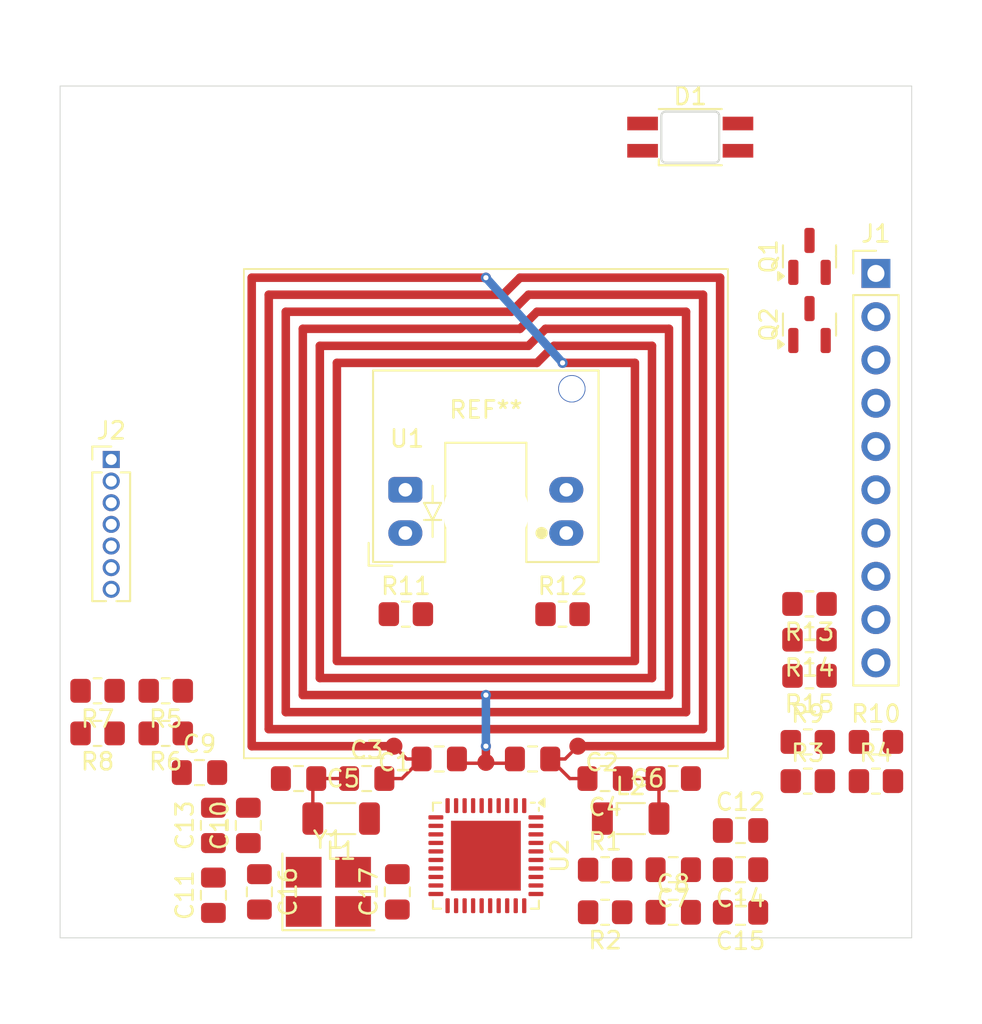
<source format=kicad_pcb>
(kicad_pcb (version 20221018) (generator pcbnew)
  (layers (0 "F.Cu" signal) (31 "B.Cu" signal) (34 "B.Paste" user) (35 "F.Paste" user) (36 "B.SilkS" user "B.Silkscreen") (37 "F.SilkS" user "F.Silkscreen") (38 "B.Mask" user) (39 "F.Mask" user) (44 "Edge.Cuts" user))
  (net 0 "")
  (net 1 "Net-(J1-Pin_1)")
  (net 2 "Net-(R11-Pad2)")
  (net 3 "Net-(J1-Pin_2)")
  (net 4 "/SENS_LED")
  (net 6 "+3.3V")
  (net 7 "VCC")
  (net 8 "/AUX1")
  (net 9 "/AUX2")
  (net 10 "Net-(U2-OSCIN)")
  (net 11 "Net-(U2-OSCOUT)")
  (net 12 "Net-(Q1-S)")
  (net 13 "/SENS_DET")
  (net 18 "Net-(Q2-S)")
  (net 19 "/IRQ")
  (net 20 "/CIPO")
  (net 22 "/RSTPD_N")
  (net 23 "/SCK")
  (net 24 "/UART_RX")
  (net 25 "/UART_TX")
  (net 32 "Net-(U2-I1)")
  (net 33 "Net-(U2-I0)")
  (net 34 "Net-(C1-Pad1)")
  (net 35 "GND")
  (net 36 "Net-(C3-Pad1)")
  (net 37 "Net-(C4-Pad1)")
  (net 38 "Net-(U2-TX1)")
  (net 39 "Net-(U2-TX2)")
  (net 40 "Net-(U2-VMID)")
  (net 41 "Net-(C8-Pad1)")
  (net 42 "Net-(U2-RX)")
  (net 43 "Net-(C2-Pad2)")
  (net 44 "/LED_KR")
  (net 45 "Net-(D1-RK)")
  (net 46 "Net-(D1-GK)")
  (net 47 "Net-(D1-BK)")
  (net 48 "/LED_KG")
  (net 49 "/LED_KB")
  (footprint "Resistor_SMD:R_0805_2012Metric_Pad1.20x1.40mm_HandSolder" (layer "F.Cu") (at 102.2 135.5 180)
    (fp_text reference "R7" (at 0 -1.65) (layer "F.SilkS"))
    (fp_text value "R")
    (fp_line (start -0.227064 -0.735) (end 0.227064 -0.735) (stroke (width 0.12)) (layer "F.SilkS"))
    (fp_line (start -0.227064 0.735) (end 0.227064 0.735) (stroke (width 0.12)) (layer "F.SilkS"))
    (pad "1" smd roundrect (at -1 0 180) (size 1.2 1.4) (layers "F.Cu" "F.Paste" "F.Mask") (roundrect_rratio 0.208333) (net 32 "Net-(U2-I1)"))
    (pad "2" smd roundrect (at 1 0 180) (size 1.2 1.4) (layers "F.Cu" "F.Paste" "F.Mask") (roundrect_rratio 0.208333) (net 35 "GND"))
  )
  (footprint "Capacitor_SMD:C_0805_2012Metric_Pad1.18x1.45mm_HandSolder" (layer "F.Cu") (at 114 140.65 180)
    (fp_text reference "C5" (at -2.62 0) (layer "F.SilkS"))
    (fp_text value "C")
    (fp_line (start -0.261252 -0.735) (end 0.261252 -0.735) (stroke (width 0.12)) (layer "F.SilkS"))
    (fp_line (start -0.261252 0.735) (end 0.261252 0.735) (stroke (width 0.12)) (layer "F.SilkS"))
    (pad "1" smd roundrect (at -1.0375 0 180) (size 1.175 1.45) (layers "F.Cu" "F.Paste" "F.Mask") (roundrect_rratio 0.212766) (net 36 "Net-(C3-Pad1)"))
    (pad "2" smd roundrect (at 1.0375 0 180) (size 1.175 1.45) (layers "F.Cu" "F.Paste" "F.Mask") (roundrect_rratio 0.212766) (net 35 "GND"))
  )
  (footprint "Resistor_SMD:R_0805_2012Metric_Pad1.20x1.40mm_HandSolder" (layer "F.Cu") (at 132 148.5 180)
    (fp_text reference "R2" (at 0 -1.65) (layer "F.SilkS"))
    (fp_text value "R")
    (fp_line (start -0.227064 -0.735) (end 0.227064 -0.735) (stroke (width 0.12)) (layer "F.SilkS"))
    (fp_line (start -0.227064 0.735) (end 0.227064 0.735) (stroke (width 0.12)) (layer "F.SilkS"))
    (pad "1" smd roundrect (at -1 0 180) (size 1.2 1.4) (layers "F.Cu" "F.Paste" "F.Mask") (roundrect_rratio 0.208333) (net 41 "Net-(C8-Pad1)"))
    (pad "2" smd roundrect (at 1 0 180) (size 1.2 1.4) (layers "F.Cu" "F.Paste" "F.Mask") (roundrect_rratio 0.208333) (net 36 "Net-(C3-Pad1)"))
  )
  (footprint "Resistor_SMD:R_0805_2012Metric_Pad1.20x1.40mm_HandSolder" (layer "F.Cu") (at 102.2 138 180)
    (fp_text reference "R8" (at 0 -1.65) (layer "F.SilkS"))
    (fp_text value "R")
    (fp_line (start -0.227064 -0.735) (end 0.227064 -0.735) (stroke (width 0.12)) (layer "F.SilkS"))
    (fp_line (start -0.227064 0.735) (end 0.227064 0.735) (stroke (width 0.12)) (layer "F.SilkS"))
    (pad "1" smd roundrect (at -1 0 180) (size 1.2 1.4) (layers "F.Cu" "F.Paste" "F.Mask") (roundrect_rratio 0.208333) (net 33 "Net-(U2-I0)"))
    (pad "2" smd roundrect (at 1 0 180) (size 1.2 1.4) (layers "F.Cu" "F.Paste" "F.Mask") (roundrect_rratio 0.208333) (net 35 "GND"))
  )
  (footprint "Resistor_SMD:R_0805_2012Metric_Pad1.20x1.40mm_HandSolder" (layer "F.Cu") (at 147.9 140.8)
    (fp_text reference "R4" (at 0 -1.65) (layer "F.SilkS"))
    (fp_text value "R")
    (fp_line (start -0.227064 -0.735) (end 0.227064 -0.735) (stroke (width 0.12)) (layer "F.SilkS"))
    (fp_line (start -0.227064 0.735) (end 0.227064 0.735) (stroke (width 0.12)) (layer "F.SilkS"))
    (pad "1" smd roundrect (at -1 0) (size 1.2 1.4) (layers "F.Cu" "F.Paste" "F.Mask") (roundrect_rratio 0.208333) (net 22 "/RSTPD_N"))
    (pad "2" smd roundrect (at 1 0) (size 1.2 1.4) (layers "F.Cu" "F.Paste" "F.Mask") (roundrect_rratio 0.208333) (net 35 "GND"))
  )
  (footprint "Resistor_SMD:R_0805_2012Metric_Pad1.20x1.40mm_HandSolder" (layer "F.Cu") (at 120.3 131)
    (fp_text reference "R11" (at 0 -1.65) (layer "F.SilkS"))
    (fp_text value "R")
    (fp_line (start -0.227064 -0.735) (end 0.227064 -0.735) (stroke (width 0.12)) (layer "F.SilkS"))
    (fp_line (start -0.227064 0.735) (end 0.227064 0.735) (stroke (width 0.12)) (layer "F.SilkS"))
    (pad "1" smd roundrect (at -1 0) (size 1.2 1.4) (layers "F.Cu" "F.Paste" "F.Mask") (roundrect_rratio 0.208333) (net 4 "/SENS_LED"))
    (pad "2" smd roundrect (at 1 0) (size 1.2 1.4) (layers "F.Cu" "F.Paste" "F.Mask") (roundrect_rratio 0.208333) (net 2 "Net-(R11-Pad2)"))
  )
  (footprint "Crystal:Crystal_SMD_3225-4Pin_3.2x2.5mm_HandSoldering" (layer "F.Cu") (at 115.75 147.3)
    (fp_text reference "Y1" (at 0 -3.05) (layer "F.SilkS"))
    (fp_text value "Crystal_GND24")
    (fp_line (start -2.7 -2.25) (end -2.7 2.25) (stroke (width 0.12)) (layer "F.SilkS"))
    (fp_line (start -2.7 2.25) (end 2.7 2.25) (stroke (width 0.12)) (layer "F.SilkS"))
    (pad "1" smd rect (at -1.45 1.15) (size 2.1 1.8) (layers "F.Cu" "F.Paste" "F.Mask") (net 10 "Net-(U2-OSCIN)"))
    (pad "2" smd rect (at 1.45 1.15) (size 2.1 1.8) (layers "F.Cu" "F.Paste" "F.Mask") (net 35 "GND"))
    (pad "3" smd rect (at 1.45 -1.15) (size 2.1 1.8) (layers "F.Cu" "F.Paste" "F.Mask") (net 11 "Net-(U2-OSCOUT)"))
    (pad "4" smd rect (at -1.45 -1.15) (size 2.1 1.8) (layers "F.Cu" "F.Paste" "F.Mask") (net 35 "GND"))
  )
  (footprint "Capacitor_SMD:C_0805_2012Metric_Pad1.18x1.45mm_HandSolder" (layer "F.Cu") (at 122.26 139.5)
    (fp_text reference "C1" (at -2.62 0.2) (layer "F.SilkS"))
    (fp_text value "C")
    (fp_line (start -0.261252 -0.735) (end 0.261252 -0.735) (stroke (width 0.12)) (layer "F.SilkS"))
    (fp_line (start -0.261252 0.735) (end 0.261252 0.735) (stroke (width 0.12)) (layer "F.SilkS"))
    (pad "1" smd roundrect (at -1.0375 0) (size 1.175 1.45) (layers "F.Cu" "F.Paste" "F.Mask") (roundrect_rratio 0.212766) (net 34 "Net-(C1-Pad1)"))
    (pad "2" smd roundrect (at 1.0375 0) (size 1.175 1.45) (layers "F.Cu" "F.Paste" "F.Mask") (roundrect_rratio 0.212766) (net 35 "GND"))
  )
  (footprint "Capacitor_SMD:C_0805_2012Metric_Pad1.18x1.45mm_HandSolder" (layer "F.Cu") (at 127.74 139.5)
    (fp_text reference "C2" (at 4.08 0.2) (layer "F.SilkS"))
    (fp_text value "C")
    (fp_line (start -0.261252 -0.735) (end 0.261252 -0.735) (stroke (width 0.12)) (layer "F.SilkS"))
    (fp_line (start -0.261252 0.735) (end 0.261252 0.735) (stroke (width 0.12)) (layer "F.SilkS"))
    (pad "1" smd roundrect (at -1.0375 0) (size 1.175 1.45) (layers "F.Cu" "F.Paste" "F.Mask") (roundrect_rratio 0.212766) (net 35 "GND"))
    (pad "2" smd roundrect (at 1.0375 0) (size 1.175 1.45) (layers "F.Cu" "F.Paste" "F.Mask") (roundrect_rratio 0.212766) (net 43 "Net-(C2-Pad2)"))
  )
  (footprint "Capacitor_SMD:C_0805_2012Metric_Pad1.18x1.45mm_HandSolder" (layer "F.Cu") (at 132 140.65 180)
    (fp_text reference "C4" (at 0 -1.68) (layer "F.SilkS"))
    (fp_text value "C")
    (fp_line (start -0.261252 -0.735) (end 0.261252 -0.735) (stroke (width 0.12)) (layer "F.SilkS"))
    (fp_line (start -0.261252 0.735) (end 0.261252 0.735) (stroke (width 0.12)) (layer "F.SilkS"))
    (pad "1" smd roundrect (at -1.0375 0 180) (size 1.175 1.45) (layers "F.Cu" "F.Paste" "F.Mask") (roundrect_rratio 0.212766) (net 37 "Net-(C4-Pad1)"))
    (pad "2" smd roundrect (at 1.0375 0 180) (size 1.175 1.45) (layers "F.Cu" "F.Paste" "F.Mask") (roundrect_rratio 0.212766) (net 43 "Net-(C2-Pad2)"))
  )
  (footprint "MountingHole:MountingHole_3mm" (layer "F.Cu") (at 146 146)
    (fp_text reference "REF**" hide)
    (fp_text value "MountingHole_3mm" hide)
    (pad "" np_thru_hole circle (at 0 0) (size 3 3) (drill 3) (layers "*.Cu" "*.Mask"))
  )
  (footprint "Resistor_SMD:R_0805_2012Metric_Pad1.20x1.40mm_HandSolder" (layer "F.Cu") (at 106.2 138 180)
    (fp_text reference "R6" (at 0 -1.65) (layer "F.SilkS"))
    (fp_text value "R")
    (fp_line (start -0.227064 -0.735) (end 0.227064 -0.735) (stroke (width 0.12)) (layer "F.SilkS"))
    (fp_line (start -0.227064 0.735) (end 0.227064 0.735) (stroke (width 0.12)) (layer "F.SilkS"))
    (pad "1" smd roundrect (at -1 0 180) (size 1.2 1.4) (layers "F.Cu" "F.Paste" "F.Mask") (roundrect_rratio 0.208333) (net 6 "+3.3V"))
    (pad "2" smd roundrect (at 1 0 180) (size 1.2 1.4) (layers "F.Cu" "F.Paste" "F.Mask") (roundrect_rratio 0.208333) (net 33 "Net-(U2-I0)"))
  )
  (footprint "Capacitor_SMD:C_0805_2012Metric_Pad1.18x1.45mm_HandSolder" (layer "F.Cu") (at 109 143.4 90)
    (fp_text reference "C13" (at 0 -1.68 90) (layer "F.SilkS"))
    (fp_text value "C")
    (fp_line (start -0.261252 -0.735) (end 0.261252 -0.735) (stroke (width 0.12)) (layer "F.SilkS"))
    (fp_line (start -0.261252 0.735) (end 0.261252 0.735) (stroke (width 0.12)) (layer "F.SilkS"))
    (pad "1" smd roundrect (at -1.0375 0 90) (size 1.175 1.45) (layers "F.Cu" "F.Paste" "F.Mask") (roundrect_rratio 0.212766) (net 6 "+3.3V"))
    (pad "2" smd roundrect (at 1.0375 0 90) (size 1.175 1.45) (layers "F.Cu" "F.Paste" "F.Mask") (roundrect_rratio 0.212766) (net 35 "GND"))
  )
  (footprint "Inductor_PCB:L_NFC_PCB" (layer "F.Cu") (at 125 125)
    (fp_text reference "L_pcb1" hide)
    (fp_text value "L_pcb" hide)
    (fp_line (start -13.75 -13.75) (end -13.75 13.75) (stroke (width 0.5)) (layer "F.Cu"))
    (fp_line (start -13.75 -13.75) (end 0 -13.75) (stroke (width 0.5)) (layer "F.Cu"))
    (fp_line (start -13.75 13.75) (end -5.4 13.75) (stroke (width 0.5)) (layer "F.Cu"))
    (fp_line (start -12.75 -12.75) (end -12.75 12.75) (stroke (width 0.5)) (layer "F.Cu"))
    (fp_line (start -12.75 -12.75) (end 1 -12.75) (stroke (width 0.5)) (layer "F.Cu"))
    (fp_line (start -12.75 12.75) (end 12.75 12.75) (stroke (width 0.5)) (layer "F.Cu"))
    (fp_line (start -11.75 -11.75) (end -11.75 11.75) (stroke (width 0.5)) (layer "F.Cu"))
    (fp_line (start -11.75 -11.75) (end 1.5 -11.75) (stroke (width 0.5)) (layer "F.Cu"))
    (fp_line (start -11.75 11.75) (end 11.75 11.75) (stroke (width 0.5)) (layer "F.Cu"))
    (fp_line (start -10.75 -10.75) (end -10.75 10.75) (stroke (width 0.5)) (layer "F.Cu"))
    (fp_line (start -10.75 -10.75) (end 2 -10.75) (stroke (width 0.5)) (layer "F.Cu"))
    (fp_line (start -10.75 10.75) (end 10.75 10.75) (stroke (width 0.5)) (layer "F.Cu"))
    (fp_line (start -9.75 -9.75) (end -9.75 9.75) (stroke (width 0.5)) (layer "F.Cu"))
    (fp_line (start -9.75 -9.75) (end 2.5 -9.75) (stroke (width 0.5)) (layer "F.Cu"))
    (fp_line (start -9.75 9.75) (end 9.75 9.75) (stroke (width 0.5)) (layer "F.Cu"))
    (fp_line (start -8.75 -8.75) (end -8.75 8.75) (stroke (width 0.5)) (layer "F.Cu"))
    (fp_line (start -8.75 -8.75) (end 3 -8.75) (stroke (width 0.5)) (layer "F.Cu"))
    (fp_line (start -8.75 8.75) (end 8.75 8.75) (stroke (width 0.5)) (layer "F.Cu"))
    (fp_line (start 0 13.75) (end 0 14.2) (stroke (width 0.5)) (layer "F.Cu"))
    (fp_line (start 1 -12.75) (end 2 -13.75) (stroke (width 0.5)) (layer "F.Cu"))
    (fp_line (start 1.5 -11.75) (end 2.5 -12.75) (stroke (width 0.5)) (layer "F.Cu"))
    (fp_line (start 2 -10.75) (end 3 -11.75) (stroke (width 0.5)) (layer "F.Cu"))
    (fp_line (start 2.5 -9.75) (end 3.5 -10.75) (stroke (width 0.5)) (layer "F.Cu"))
    (fp_line (start 3 -8.75) (end 4 -9.75) (stroke (width 0.5)) (layer "F.Cu"))
    (fp_line (start 5.4 13.75) (end 13.75 13.75) (stroke (width 0.5)) (layer "F.Cu"))
    (fp_line (start 8.75 -8.75) (end 4.5 -8.75) (stroke (width 0.5)) (layer "F.Cu"))
    (fp_line (start 8.75 -8.75) (end 8.75 8.75) (stroke (width 0.5)) (layer "F.Cu"))
    (fp_line (start 9.75 -9.75) (end 4 -9.75) (stroke (width 0.5)) (layer "F.Cu"))
    (fp_line (start 9.75 -9.75) (end 9.75 9.75) (stroke (width 0.5)) (layer "F.Cu"))
    (fp_line (start 10.75 -10.75) (end 3.5 -10.75) (stroke (width 0.5)) (layer "F.Cu"))
    (fp_line (start 10.75 -10.75) (end 10.75 10.75) (stroke (width 0.5)) (layer "F.Cu"))
    (fp_line (start 11.75 -11.75) (end 3 -11.75) (stroke (width 0.5)) (layer "F.Cu"))
    (fp_line (start 11.75 -11.75) (end 11.75 11.75) (stroke (width 0.5)) (layer "F.Cu"))
    (fp_line (start 12.75 -12.75) (end 2.5 -12.75) (stroke (width 0.5)) (layer "F.Cu"))
    (fp_line (start 12.75 -12.75) (end 12.75 12.75) (stroke (width 0.5)) (layer "F.Cu"))
    (fp_line (start 13.75 -13.75) (end 2 -13.75) (stroke (width 0.5)) (layer "F.Cu"))
    (fp_line (start 13.75 -13.75) (end 13.75 13.75) (stroke (width 0.5)) (layer "F.Cu"))
    (fp_line (start 0 10.75) (end 0 13.75) (stroke (width 0.5)) (layer "B.Cu"))
    (fp_line (start 4.5 -8.75) (end 0 -13.75) (stroke (width 0.5)) (layer "B.Cu"))
    (fp_line (start -14.21 -14.26) (end -14.21 14.46) (stroke (width 0.1)) (layer "F.SilkS"))
    (fp_line (start -14.21 -14.26) (end 14.21 -14.26) (stroke (width 0.1)) (layer "F.SilkS"))
    (fp_line (start -14.21 14.46) (end -6 14.46) (stroke (width 0.1)) (layer "F.SilkS"))
    (fp_line (start 6 14.46) (end 14.21 14.46) (stroke (width 0.1)) (layer "F.SilkS"))
    (fp_line (start 14.21 14.46) (end 14.21 -14.26) (stroke (width 0.1)) (layer "F.SilkS"))
    (pad "1" smd circle (at -5.4 13.75) (size 1 1) (layers "F.Cu" "F.Paste" "F.Mask") (net 34 "Net-(C1-Pad1)"))
    (pad "2" smd circle (at 0 14.7) (size 1 1) (layers "F.Cu" "F.Paste" "F.Mask") (net 35 "GND"))
    (pad "3" smd circle (at 5.4 13.75) (size 1 1) (layers "F.Cu" "F.Paste" "F.Mask") (net 43 "Net-(C2-Pad2)"))
    (pad "B" thru_hole circle (at 0 -13.75) (size 0.6 0.6) (drill 0.3) (layers "*.Cu"))
    (pad "B" thru_hole circle (at 4.5 -8.75) (size 0.6 0.6) (drill 0.3) (layers "*.Cu"))
    (pad "G" thru_hole circle (at 0 10.75) (size 0.6 0.6) (drill 0.3) (layers "*.Cu"))
    (pad "G" thru_hole circle (at 0 13.75) (size 0.6 0.6) (drill 0.3) (layers "*.Cu"))
  )
  (footprint "Capacitor_SMD:C_0805_2012Metric_Pad1.18x1.45mm_HandSolder" (layer "F.Cu") (at 139.95 143.7)
    (fp_text reference "C12" (at 0 -1.68) (layer "F.SilkS"))
    (fp_text value "C")
    (fp_line (start -0.261252 -0.735) (end 0.261252 -0.735) (stroke (width 0.12)) (layer "F.SilkS"))
    (fp_line (start -0.261252 0.735) (end 0.261252 0.735) (stroke (width 0.12)) (layer "F.SilkS"))
    (pad "1" smd roundrect (at -1.0375 0) (size 1.175 1.45) (layers "F.Cu" "F.Paste" "F.Mask") (roundrect_rratio 0.212766) (net 7 "VCC"))
    (pad "2" smd roundrect (at 1.0375 0) (size 1.175 1.45) (layers "F.Cu" "F.Paste" "F.Mask") (roundrect_rratio 0.212766) (net 35 "GND"))
  )
  (footprint "MountingHole:MountingHole_3mm" (layer "F.Cu") (at 104 146)
    (fp_text reference "REF**" hide)
    (fp_text value "MountingHole_3mm" hide)
    (pad "" np_thru_hole circle (at 0 0) (size 3 3) (drill 3) (layers "*.Cu" "*.Mask"))
  )
  (footprint "Connector_PinHeader_2.54mm:PinHeader_1x10_P2.54mm_Vertical" (layer "F.Cu") (at 147.9 111)
    (fp_text reference "J1" (at 0 -2.33) (layer "F.SilkS"))
    (fp_text value "Conn_01x10_Pin")
    (fp_line (start -1.33 -1.33) (end 0 -1.33) (stroke (width 0.12)) (layer "F.SilkS"))
    (fp_line (start -1.33 0) (end -1.33 -1.33) (stroke (width 0.12)) (layer "F.SilkS"))
    (fp_line (start -1.33 1.27) (end -1.33 24.19) (stroke (width 0.12)) (layer "F.SilkS"))
    (fp_line (start -1.33 1.27) (end 1.33 1.27) (stroke (width 0.12)) (layer "F.SilkS"))
    (fp_line (start -1.33 24.19) (end 1.33 24.19) (stroke (width 0.12)) (layer "F.SilkS"))
    (fp_line (start 1.33 1.27) (end 1.33 24.19) (stroke (width 0.12)) (layer "F.SilkS"))
    (pad "1" thru_hole rect (at 0 0) (size 1.7 1.7) (drill 1) (layers "*.Cu" "*.Mask") (net 1 "Net-(J1-Pin_1)"))
    (pad "2" thru_hole oval (at 0 2.54) (size 1.7 1.7) (drill 1) (layers "*.Cu" "*.Mask") (net 3 "Net-(J1-Pin_2)"))
    (pad "3" thru_hole oval (at 0 5.08) (size 1.7 1.7) (drill 1) (layers "*.Cu" "*.Mask") (net 7 "VCC"))
    (pad "4" thru_hole oval (at 0 7.62) (size 1.7 1.7) (drill 1) (layers "*.Cu" "*.Mask") (net 35 "GND"))
    (pad "5" thru_hole oval (at 0 10.16) (size 1.7 1.7) (drill 1) (layers "*.Cu" "*.Mask") (net 4 "/SENS_LED"))
    (pad "6" thru_hole oval (at 0 12.7) (size 1.7 1.7) (drill 1) (layers "*.Cu" "*.Mask") (net 13 "/SENS_DET"))
    (pad "7" thru_hole oval (at 0 15.24) (size 1.7 1.7) (drill 1) (layers "*.Cu" "*.Mask") (net 22 "/RSTPD_N"))
    (pad "8" thru_hole oval (at 0 17.78) (size 1.7 1.7) (drill 1) (layers "*.Cu" "*.Mask") (net 44 "/LED_KR"))
    (pad "9" thru_hole oval (at 0 20.32) (size 1.7 1.7) (drill 1) (layers "*.Cu" "*.Mask") (net 48 "/LED_KG"))
    (pad "10" thru_hole oval (at 0 22.86) (size 1.7 1.7) (drill 1) (layers "*.Cu" "*.Mask") (net 49 "/LED_KB"))
  )
  (footprint "Resistor_SMD:R_0805_2012Metric_Pad1.20x1.40mm_HandSolder" (layer "F.Cu") (at 144 130.4 180)
    (fp_text reference "R13" (at 0 -1.65) (layer "F.SilkS"))
    (fp_text value "R")
    (fp_line (start -0.227064 -0.735) (end 0.227064 -0.735) (stroke (width 0.12)) (layer "F.SilkS"))
    (fp_line (start -0.227064 0.735) (end 0.227064 0.735) (stroke (width 0.12)) (layer "F.SilkS"))
    (pad "1" smd roundrect (at -1 0 180) (size 1.2 1.4) (layers "F.Cu" "F.Paste" "F.Mask") (roundrect_rratio 0.208333) (net 44 "/LED_KR"))
    (pad "2" smd roundrect (at 1 0 180) (size 1.2 1.4) (layers "F.Cu" "F.Paste" "F.Mask") (roundrect_rratio 0.208333) (net 45 "Net-(D1-RK)"))
  )
  (footprint "Resistor_SMD:R_0805_2012Metric_Pad1.20x1.40mm_HandSolder" (layer "F.Cu") (at 143.9 138.5)
    (fp_text reference "R9" (at 0 -1.65) (layer "F.SilkS"))
    (fp_text value "R")
    (fp_line (start -0.227064 -0.735) (end 0.227064 -0.735) (stroke (width 0.12)) (layer "F.SilkS"))
    (fp_line (start -0.227064 0.735) (end 0.227064 0.735) (stroke (width 0.12)) (layer "F.SilkS"))
    (pad "1" smd roundrect (at -1 0) (size 1.2 1.4) (layers "F.Cu" "F.Paste" "F.Mask") (roundrect_rratio 0.208333) (net 6 "+3.3V"))
    (pad "2" smd roundrect (at 1 0) (size 1.2 1.4) (layers "F.Cu" "F.Paste" "F.Mask") (roundrect_rratio 0.208333) (net 18 "Net-(Q2-S)"))
  )
  (footprint "Inductor_SMD:L_1206_3216Metric_Pad1.22x1.90mm_HandSolder" (layer "F.Cu") (at 116.5 143 180)
    (fp_text reference "L1" (at 0 -1.9) (layer "F.SilkS"))
    (fp_text value "L")
    (fp_line (start -0.835242 -0.91) (end 0.835242 -0.91) (stroke (width 0.12)) (layer "F.SilkS"))
    (fp_line (start -0.835242 0.91) (end 0.835242 0.91) (stroke (width 0.12)) (layer "F.SilkS"))
    (pad "1" smd roundrect (at -1.6625 0 180) (size 1.225 1.9) (layers "F.Cu" "F.Paste" "F.Mask") (roundrect_rratio 0.204082) (net 39 "Net-(U2-TX2)"))
    (pad "2" smd roundrect (at 1.6625 0 180) (size 1.225 1.9) (layers "F.Cu" "F.Paste" "F.Mask") (roundrect_rratio 0.204082) (net 36 "Net-(C3-Pad1)"))
  )
  (footprint "Package_DFN_QFN:HVQFN-40-1EP_6x6mm_P0.5mm_EP4.1x4.1mm" (layer "F.Cu") (at 125 145.1775 -90)
    (fp_text reference "U2" (at 0 -4.33 90) (layer "F.SilkS"))
    (fp_text value "PN5321A3HN_C1xx")
    (fp_line (start -3.11 -2.635) (end -3.11 -2.87) (stroke (width 0.12)) (layer "F.SilkS"))
    (fp_line (start -3.11 3.11) (end -3.11 2.635) (stroke (width 0.12)) (layer "F.SilkS"))
    (fp_line (start -2.635 -3.11) (end -2.81 -3.11) (stroke (width 0.12)) (layer "F.SilkS"))
    (fp_line (start -2.635 3.11) (end -3.11 3.11) (stroke (width 0.12)) (layer "F.SilkS"))
    (fp_line (start 2.635 -3.11) (end 3.11 -3.11) (stroke (width 0.12)) (layer "F.SilkS"))
    (fp_line (start 2.635 3.11) (end 3.11 3.11) (stroke (width 0.12)) (layer "F.SilkS"))
    (fp_line (start 3.11 -3.11) (end 3.11 -2.635) (stroke (width 0.12)) (layer "F.SilkS"))
    (fp_line (start 3.11 3.11) (end 3.11 2.635) (stroke (width 0.12)) (layer "F.SilkS"))
    (fp_poly (pts (xy -3.11 -3.11) (xy -3.35 -3.44) (xy -2.87 -3.44) (xy -3.11 -3.11)) (stroke (width 0.12)) (fill solid) (layer "F.SilkS"))
    (pad "1" smd roundrect (at -2.9375 -2.25 270) (size 0.875 0.25) (layers "F.Cu" "F.Paste" "F.Mask") (net 35 "GND"))
    (pad "2" smd roundrect (at -2.9375 -1.75 270) (size 0.875 0.25) (layers "F.Cu" "F.Paste" "F.Mask"))
    (pad "3" smd roundrect (at -2.9375 -1.25 270) (size 0.875 0.25) (layers "F.Cu" "F.Paste" "F.Mask") (net 35 "GND"))
    (pad "4" smd roundrect (at -2.9375 -0.75 270) (size 0.875 0.25) (layers "F.Cu" "F.Paste" "F.Mask") (net 38 "Net-(U2-TX1)"))
    (pad "5" smd roundrect (at -2.9375 -0.25 270) (size 0.875 0.25) (layers "F.Cu" "F.Paste" "F.Mask") (net 6 "+3.3V"))
    (pad "6" smd roundrect (at -2.9375 0.25 270) (size 0.875 0.25) (layers "F.Cu" "F.Paste" "F.Mask") (net 39 "Net-(U2-TX2)"))
    (pad "7" smd roundrect (at -2.9375 0.75 270) (size 0.875 0.25) (layers "F.Cu" "F.Paste" "F.Mask") (net 35 "GND"))
    (pad "8" smd roundrect (at -2.9375 1.25 270) (size 0.875 0.25) (layers "F.Cu" "F.Paste" "F.Mask") (net 6 "+3.3V"))
    (pad "9" smd roundrect (at -2.9375 1.75 270) (size 0.875 0.25) (layers "F.Cu" "F.Paste" "F.Mask") (net 40 "Net-(U2-VMID)"))
    (pad "10" smd roundrect (at -2.9375 2.25 270) (size 0.875 0.25) (layers "F.Cu" "F.Paste" "F.Mask") (net 42 "Net-(U2-RX)"))
    (pad "11" smd roundrect (at -2.25 2.9375 270) (size 0.25 0.875) (layers "F.Cu" "F.Paste" "F.Mask") (net 35 "GND"))
    (pad "12" smd roundrect (at -1.75 2.9375 270) (size 0.25 0.875) (layers "F.Cu" "F.Paste" "F.Mask") (net 8 "/AUX1"))
    (pad "13" smd roundrect (at -1.25 2.9375 270) (size 0.25 0.875) (layers "F.Cu" "F.Paste" "F.Mask") (net 9 "/AUX2"))
    (pad "14" smd roundrect (at -0.75 2.9375 270) (size 0.25 0.875) (layers "F.Cu" "F.Paste" "F.Mask") (net 10 "Net-(U2-OSCIN)"))
    (pad "15" smd roundrect (at -0.25 2.9375 270) (size 0.25 0.875) (layers "F.Cu" "F.Paste" "F.Mask") (net 11 "Net-(U2-OSCOUT)"))
    (pad "16" smd roundrect (at 0.25 2.9375 270) (size 0.25 0.875) (layers "F.Cu" "F.Paste" "F.Mask") (net 33 "Net-(U2-I0)"))
    (pad "17" smd roundrect (at 0.75 2.9375 270) (size 0.25 0.875) (layers "F.Cu" "F.Paste" "F.Mask") (net 32 "Net-(U2-I1)"))
    (pad "18" smd roundrect (at 1.25 2.9375 270) (size 0.25 0.875) (layers "F.Cu" "F.Paste" "F.Mask") (net 35 "GND"))
    (pad "19" smd roundrect (at 1.75 2.9375 270) (size 0.25 0.875) (layers "F.Cu" "F.Paste" "F.Mask"))
    (pad "20" smd roundrect (at 2.25 2.9375 270) (size 0.25 0.875) (layers "F.Cu" "F.Paste" "F.Mask"))
    (pad "21" smd roundrect (at 2.9375 2.25 270) (size 0.875 0.25) (layers "F.Cu" "F.Paste" "F.Mask"))
    (pad "22" smd roundrect (at 2.9375 1.75 270) (size 0.875 0.25) (layers "F.Cu" "F.Paste" "F.Mask"))
    (pad "23" smd roundrect (at 2.9375 1.25 270) (size 0.875 0.25) (layers "F.Cu" "F.Paste" "F.Mask") (net 6 "+3.3V"))
    (pad "24" smd roundrect (at 2.9375 0.75 270) (size 0.875 0.25) (layers "F.Cu" "F.Paste" "F.Mask") (net 24 "/UART_RX"))
    (pad "25" smd roundrect (at 2.9375 0.25 270) (size 0.875 0.25) (layers "F.Cu" "F.Paste" "F.Mask") (net 19 "/IRQ"))
    (pad "26" smd roundrect (at 2.9375 -0.25 270) (size 0.875 0.25) (layers "F.Cu" "F.Paste" "F.Mask"))
    (pad "27" smd roundrect (at 2.9375 -0.75 270) (size 0.875 0.25) (layers "F.Cu" "F.Paste" "F.Mask") (net 12 "Net-(Q1-S)"))
    (pad "28" smd roundrect (at 2.9375 -1.25 270) (size 0.875 0.25) (layers "F.Cu" "F.Paste" "F.Mask") (net 18 "Net-(Q2-S)"))
    (pad "29" smd roundrect (at 2.9375 -1.75 270) (size 0.875 0.25) (layers "F.Cu" "F.Paste" "F.Mask") (net 20 "/CIPO"))
    (pad "30" smd roundrect (at 2.9375 -2.25 270) (size 0.875 0.25) (layers "F.Cu" "F.Paste" "F.Mask") (net 23 "/SCK"))
    (pad "31" smd roundrect (at 2.25 -2.9375 270) (size 0.25 0.875) (layers "F.Cu" "F.Paste" "F.Mask") (net 25 "/UART_TX"))
    (pad "32" smd roundrect (at 1.75 -2.9375 270) (size 0.25 0.875) (layers "F.Cu" "F.Paste" "F.Mask"))
    (pad "33" smd roundrect (at 1.25 -2.9375 270) (size 0.25 0.875) (layers "F.Cu" "F.Paste" "F.Mask"))
    (pad "34" smd roundrect (at 0.75 -2.9375 270) (size 0.25 0.875) (layers "F.Cu" "F.Paste" "F.Mask"))
    (pad "35" smd roundrect (at 0.25 -2.9375 270) (size 0.25 0.875) (layers "F.Cu" "F.Paste" "F.Mask"))
    (pad "36" smd roundrect (at -0.25 -2.9375 270) (size 0.25 0.875) (layers "F.Cu" "F.Paste" "F.Mask"))
    (pad "37" smd roundrect (at -0.75 -2.9375 270) (size 0.25 0.875) (layers "F.Cu" "F.Paste" "F.Mask"))
    (pad "38" smd roundrect (at -1.25 -2.9375 270) (size 0.25 0.875) (layers "F.Cu" "F.Paste" "F.Mask") (net 22 "/RSTPD_N"))
    (pad "39" smd roundrect (at -1.75 -2.9375 270) (size 0.25 0.875) (layers "F.Cu" "F.Paste" "F.Mask") (net 6 "+3.3V"))
    (pad "40" smd roundrect (at -2.25 -2.9375 270) (size 0.25 0.875) (layers "F.Cu" "F.Paste" "F.Mask") (net 7 "VCC"))
    (pad "41" smd rect (at 0 0 270) (size 4.1 4.1) (property pad_prop_heatsink) (layers "F.Cu" "F.Mask") (net 35 "GND"))
  )
  (footprint "Capacitor_SMD:C_0805_2012Metric_Pad1.18x1.45mm_HandSolder" (layer "F.Cu") (at 119.8 147.3 90)
    (fp_text reference "C17" (at 0 -1.68 90) (layer "F.SilkS"))
    (fp_text value "C")
    (fp_line (start -0.261252 -0.735) (end 0.261252 -0.735) (stroke (width 0.12)) (layer "F.SilkS"))
    (fp_line (start -0.261252 0.735) (end 0.261252 0.735) (stroke (width 0.12)) (layer "F.SilkS"))
    (pad "1" smd roundrect (at -1.0375 0 90) (size 1.175 1.45) (layers "F.Cu" "F.Paste" "F.Mask") (roundrect_rratio 0.212766) (net 35 "GND"))
    (pad "2" smd roundrect (at 1.0375 0 90) (size 1.175 1.45) (layers "F.Cu" "F.Paste" "F.Mask") (roundrect_rratio 0.212766) (net 11 "Net-(U2-OSCOUT)"))
  )
  (footprint "Capacitor_SMD:C_0805_2012Metric_Pad1.18x1.45mm_HandSolder" (layer "F.Cu") (at 136 140.65 180)
    (fp_text reference "C6" (at 1.5025 0) (layer "F.SilkS"))
    (fp_text value "C")
    (fp_line (start -0.261252 -0.735) (end 0.261252 -0.735) (stroke (width 0.12)) (layer "F.SilkS"))
    (fp_line (start -0.261252 0.735) (end 0.261252 0.735) (stroke (width 0.12)) (layer "F.SilkS"))
    (pad "1" smd roundrect (at -1.0375 0 180) (size 1.175 1.45) (layers "F.Cu" "F.Paste" "F.Mask") (roundrect_rratio 0.212766) (net 35 "GND"))
    (pad "2" smd roundrect (at 1.0375 0 180) (size 1.175 1.45) (layers "F.Cu" "F.Paste" "F.Mask") (roundrect_rratio 0.212766) (net 37 "Net-(C4-Pad1)"))
  )
  (footprint "Connector_PinHeader_1.27mm:PinHeader_1x07_P1.27mm_Vertical" (layer "F.Cu") (at 103 121.92)
    (fp_text reference "J2" (at 0 -1.695) (layer "F.SilkS"))
    (fp_text value "Conn_01x07_Pin")
    (fp_line (start -1.11 -0.76) (end 0 -0.76) (stroke (width 0.12)) (layer "F.SilkS"))
    (fp_line (start -1.11 0) (end -1.11 -0.76) (stroke (width 0.12)) (layer "F.SilkS"))
    (fp_line (start -1.11 0.76) (end -1.11 8.315) (stroke (width 0.12)) (layer "F.SilkS"))
    (fp_line (start -1.11 0.76) (end -0.563471 0.76) (stroke (width 0.12)) (layer "F.SilkS"))
    (fp_line (start -1.11 8.315) (end -0.30753 8.315) (stroke (width 0.12)) (layer "F.SilkS"))
    (fp_line (start 0.30753 8.315) (end 1.11 8.315) (stroke (width 0.12)) (layer "F.SilkS"))
    (fp_line (start 0.563471 0.76) (end 1.11 0.76) (stroke (width 0.12)) (layer "F.SilkS"))
    (fp_line (start 1.11 0.76) (end 1.11 8.315) (stroke (width 0.12)) (layer "F.SilkS"))
    (pad "1" thru_hole rect (at 0 0) (size 1 1) (drill 0.65) (layers "*.Cu" "*.Mask") (net 8 "/AUX1"))
    (pad "2" thru_hole oval (at 0 1.27) (size 1 1) (drill 0.65) (layers "*.Cu" "*.Mask") (net 9 "/AUX2"))
    (pad "3" thru_hole oval (at 0 2.54) (size 1 1) (drill 0.65) (layers "*.Cu" "*.Mask") (net 19 "/IRQ"))
    (pad "4" thru_hole oval (at 0 3.81) (size 1 1) (drill 0.65) (layers "*.Cu" "*.Mask") (net 20 "/CIPO"))
    (pad "5" thru_hole oval (at 0 5.08) (size 1 1) (drill 0.65) (layers "*.Cu" "*.Mask") (net 23 "/SCK"))
    (pad "6" thru_hole oval (at 0 6.35) (size 1 1) (drill 0.65) (layers "*.Cu" "*.Mask") (net 24 "/UART_RX"))
    (pad "7" thru_hole oval (at 0 7.62) (size 1 1) (drill 0.65) (layers "*.Cu" "*.Mask") (net 25 "/UART_TX"))
  )
  (footprint "Capacitor_SMD:C_0805_2012Metric_Pad1.18x1.45mm_HandSolder" (layer "F.Cu") (at 139.95 146 180)
    (fp_text reference "C14" (at 0 -1.68) (layer "F.SilkS"))
    (fp_text value "C")
    (fp_line (start -0.261252 -0.735) (end 0.261252 -0.735) (stroke (width 0.12)) (layer "F.SilkS"))
    (fp_line (start -0.261252 0.735) (end 0.261252 0.735) (stroke (width 0.12)) (layer "F.SilkS"))
    (pad "1" smd roundrect (at -1.0375 0 180) (size 1.175 1.45) (layers "F.Cu" "F.Paste" "F.Mask") (roundrect_rratio 0.212766) (net 6 "+3.3V"))
    (pad "2" smd roundrect (at 1.0375 0 180) (size 1.175 1.45) (layers "F.Cu" "F.Paste" "F.Mask") (roundrect_rratio 0.212766) (net 35 "GND"))
  )
  (footprint "MountingHole:MountingHole_5mm" (layer "F.Cu") (at 125 125)
    (fp_text reference "REF**" (at 0 -6) (layer "F.SilkS"))
    (fp_text value "MountingHole_5mm")
    (pad "" np_thru_hole circle (at 0 0) (size 5 5) (drill 5) (layers "*.Cu" "*.Mask"))
  )
  (footprint "Capacitor_SMD:C_0805_2012Metric_Pad1.18x1.45mm_HandSolder" (layer "F.Cu") (at 111.7 147.3 -90)
    (fp_text reference "C16" (at 0 -1.68 90) (layer "F.SilkS"))
    (fp_text value "C")
    (fp_line (start -0.261252 -0.735) (end 0.261252 -0.735) (stroke (width 0.12)) (layer "F.SilkS"))
    (fp_line (start -0.261252 0.735) (end 0.261252 0.735) (stroke (width 0.12)) (layer "F.SilkS"))
    (pad "1" smd roundrect (at -1.0375 0 270) (size 1.175 1.45) (layers "F.Cu" "F.Paste" "F.Mask") (roundrect_rratio 0.212766) (net 35 "GND"))
    (pad "2" smd roundrect (at 1.0375 0 270) (size 1.175 1.45) (layers "F.Cu" "F.Paste" "F.Mask") (roundrect_rratio 0.212766) (net 10 "Net-(U2-OSCIN)"))
  )
  (footprint "Capacitor_SMD:C_0805_2012Metric_Pad1.18x1.45mm_HandSolder" (layer "F.Cu") (at 118 140.65)
    (fp_text reference "C3" (at 0 -1.68) (layer "F.SilkS"))
    (fp_text value "C")
    (fp_line (start -0.261252 -0.735) (end 0.261252 -0.735) (stroke (width 0.12)) (layer "F.SilkS"))
    (fp_line (start -0.261252 0.735) (end 0.261252 0.735) (stroke (width 0.12)) (layer "F.SilkS"))
    (pad "1" smd roundrect (at -1.0375 0) (size 1.175 1.45) (layers "F.Cu" "F.Paste" "F.Mask") (roundrect_rratio 0.212766) (net 36 "Net-(C3-Pad1)"))
    (pad "2" smd roundrect (at 1.0375 0) (size 1.175 1.45) (layers "F.Cu" "F.Paste" "F.Mask") (roundrect_rratio 0.212766) (net 34 "Net-(C1-Pad1)"))
  )
  (footprint "Resistor_SMD:R_0805_2012Metric_Pad1.20x1.40mm_HandSolder" (layer "F.Cu") (at 144 134.62 180)
    (fp_text reference "R15" (at 0 -1.65) (layer "F.SilkS"))
    (fp_text value "R")
    (fp_line (start -0.227064 -0.735) (end 0.227064 -0.735) (stroke (width 0.12)) (layer "F.SilkS"))
    (fp_line (start -0.227064 0.735) (end 0.227064 0.735) (stroke (width 0.12)) (layer "F.SilkS"))
    (pad "1" smd roundrect (at -1 0 180) (size 1.2 1.4) (layers "F.Cu" "F.Paste" "F.Mask") (roundrect_rratio 0.208333) (net 49 "/LED_KB"))
    (pad "2" smd roundrect (at 1 0 180) (size 1.2 1.4) (layers "F.Cu" "F.Paste" "F.Mask") (roundrect_rratio 0.208333) (net 47 "Net-(D1-BK)"))
  )
  (footprint "Capacitor_SMD:C_0805_2012Metric_Pad1.18x1.45mm_HandSolder" (layer "F.Cu") (at 108.1825 140.3)
    (fp_text reference "C9" (at 0 -1.68) (layer "F.SilkS"))
    (fp_text value "C")
    (fp_line (start -0.261252 -0.735) (end 0.261252 -0.735) (stroke (width 0.12)) (layer "F.SilkS"))
    (fp_line (start -0.261252 0.735) (end 0.261252 0.735) (stroke (width 0.12)) (layer "F.SilkS"))
    (pad "1" smd roundrect (at -1.0375 0) (size 1.175 1.45) (layers "F.Cu" "F.Paste" "F.Mask") (roundrect_rratio 0.212766) (net 6 "+3.3V"))
    (pad "2" smd roundrect (at 1.0375 0) (size 1.175 1.45) (layers "F.Cu" "F.Paste" "F.Mask") (roundrect_rratio 0.212766) (net 35 "GND"))
  )
  (footprint "LED_SMD_REVERSE_MOUNT:LED_RGB_SMD_6028_2.8x3.5mm_Square" (layer "F.Cu") (at 137 103)
    (fp_text reference "D1" (at 0 -2.4) (layer "F.SilkS"))
    (fp_text value "LED_RAGB")
    (fp_line (start -1.85 -1.65) (end 1.85 -1.65) (stroke (width 0.12)) (layer "F.SilkS"))
    (fp_line (start -1.85 1.3) (end -1.85 1.65) (stroke (width 0.12)) (layer "F.SilkS"))
    (fp_line (start -1.85 1.65) (end 1.85 1.65) (stroke (width 0.12)) (layer "F.SilkS"))
    (fp_line (start -1.7 -1.25) (end -1.7 1.25) (stroke (width 0.12)) (layer "Edge.Cuts"))
    (fp_line (start -1.45 -1.5) (end 1.45 -1.5) (stroke (width 0.12)) (layer "Edge.Cuts"))
    (fp_line (start 1.45 1.5) (end -1.45 1.5) (stroke (width 0.12)) (layer "Edge.Cuts"))
    (fp_line (start 1.7 1.25) (end 1.7 -1.25) (stroke (width 0.12)) (layer "Edge.Cuts"))
    (fp_arc (start -1.7 -1.25) (mid -1.626777 -1.426777) (end -1.45 -1.5) (stroke (width 0.12)) (layer "Edge.Cuts"))
    (fp_arc (start -1.45 1.5) (mid -1.626777 1.426777) (end -1.7 1.25) (stroke (width 0.12)) (layer "Edge.Cuts"))
    (fp_arc (start 1.45 -1.5) (mid 1.626777 -1.426777) (end 1.7 -1.25) (stroke (width 0.12)) (layer "Edge.Cuts"))
    (fp_arc (start 1.7 1.25) (mid 1.626777 1.426777) (end 1.45 1.5) (stroke (width 0.12)) (layer "Edge.Cuts"))
    (pad "1" smd rect (at -2.8 0.8) (size 1.8 0.8) (layers "F.Cu" "F.Paste" "F.Mask") (net 45 "Net-(D1-RK)"))
    (pad "2" smd rect (at 2.8 0.8) (size 1.8 0.8) (layers "F.Cu" "F.Paste" "F.Mask") (net 7 "VCC"))
    (pad "3" smd rect (at -2.8 -0.8) (size 1.8 0.8) (layers "F.Cu" "F.Paste" "F.Mask") (net 46 "Net-(D1-GK)"))
    (pad "4" smd rect (at 2.8 -0.8) (size 1.8 0.8) (layers "F.Cu" "F.Paste" "F.Mask") (net 47 "Net-(D1-BK)"))
  )
  (footprint "Inductor_SMD:L_1206_3216Metric_Pad1.22x1.90mm_HandSolder" (layer "F.Cu") (at 133.5 143)
    (fp_text reference "L2" (at 0 -1.9) (layer "F.SilkS"))
    (fp_text value "L")
    (fp_line (start -0.835242 -0.91) (end 0.835242 -0.91) (stroke (width 0.12)) (layer "F.SilkS"))
    (fp_line (start -0.835242 0.91) (end 0.835242 0.91) (stroke (width 0.12)) (layer "F.SilkS"))
    (pad "1" smd roundrect (at -1.6625 0) (size 1.225 1.9) (layers "F.Cu" "F.Paste" "F.Mask") (roundrect_rratio 0.204082) (net 38 "Net-(U2-TX1)"))
    (pad "2" smd roundrect (at 1.6625 0) (size 1.225 1.9) (layers "F.Cu" "F.Paste" "F.Mask") (roundrect_rratio 0.204082) (net 37 "Net-(C4-Pad1)"))
  )
  (footprint "Resistor_SMD:R_0805_2012Metric_Pad1.20x1.40mm_HandSolder" (layer "F.Cu") (at 147.9 138.5)
    (fp_text reference "R10" (at 0 -1.65) (layer "F.SilkS"))
    (fp_text value "R")
    (fp_line (start -0.227064 -0.735) (end 0.227064 -0.735) (stroke (width 0.12)) (layer "F.SilkS"))
    (fp_line (start -0.227064 0.735) (end 0.227064 0.735) (stroke (width 0.12)) (layer "F.SilkS"))
    (pad "1" smd roundrect (at -1 0) (size 1.2 1.4) (layers "F.Cu" "F.Paste" "F.Mask") (roundrect_rratio 0.208333) (net 6 "+3.3V"))
    (pad "2" smd roundrect (at 1 0) (size 1.2 1.4) (layers "F.Cu" "F.Paste" "F.Mask") (roundrect_rratio 0.208333) (net 12 "Net-(Q1-S)"))
  )
  (footprint "OptoDevice_slot:Everlight_ITR9702" (layer "F.Cu") (at 120.27 123.7)
    (fp_text reference "U1" (at -1 -3 180) (layer "F.SilkS") (effects (justify left)))
    (fp_text value "ITR9702")
    (fp_line (start -2.155 4.45) (end -2.155 3.12) (stroke (width 0.12)) (layer "F.SilkS"))
    (fp_line (start -2.155 4.45) (end -0.775 4.45) (stroke (width 0.12)) (layer "F.SilkS"))
    (fp_line (start -1.895 -7) (end 11.345 -7) (stroke (width 0.12)) (layer "F.SilkS"))
    (fp_line (start -1.895 4.24) (end -1.895 -7) (stroke (width 0.12)) (layer "F.SilkS"))
    (fp_line (start 1.1 0.77) (end 1.6 1.77) (stroke (width 0.12)) (layer "F.SilkS"))
    (fp_line (start 1.6 0.77) (end 1.6 -0.23) (stroke (width 0.12)) (layer "F.SilkS"))
    (fp_line (start 1.6 1.77) (end 1.6 2.77) (stroke (width 0.12)) (layer "F.SilkS"))
    (fp_line (start 1.6 1.77) (end 2.1 0.77) (stroke (width 0.12)) (layer "F.SilkS"))
    (fp_line (start 2.1 0.77) (end 1.1 0.77) (stroke (width 0.12)) (layer "F.SilkS"))
    (fp_line (start 2.1 1.77) (end 1.1 1.77) (stroke (width 0.12)) (layer "F.SilkS"))
    (fp_line (start 2.345 4.24) (end -1.895 4.24) (stroke (width 0.12)) (layer "F.SilkS"))
    (fp_line (start 2.345 4.24) (end 2.345 -2.76) (stroke (width 0.12)) (layer "F.SilkS"))
    (fp_line (start 7.105 -2.76) (end 2.345 -2.76) (stroke (width 0.12)) (layer "F.SilkS"))
    (fp_line (start 7.105 4.24) (end 7.105 -2.76) (stroke (width 0.12)) (layer "F.SilkS"))
    (fp_line (start 11.345 -7) (end 11.345 4.24) (stroke (width 0.12)) (layer "F.SilkS"))
    (fp_line (start 11.345 4.24) (end 7.105 4.24) (stroke (width 0.12)) (layer "F.SilkS"))
    (fp_circle (center 8 2.54) (end 8.3 2.54) (stroke (width 0.12)) (fill solid) (layer "F.SilkS"))
    (pad "" np_thru_hole circle (at 9.775 -5.93 90) (size 1.6 1.6) (drill 1.5) (layers "F&B.Cu" "*.Mask"))
    (pad "1" thru_hole roundrect (at 0 0 90) (size 1.5 2) (drill 0.8) (layers "*.Cu" "*.Mask") (roundrect_rratio 0.227) (net 2 "Net-(R11-Pad2)"))
    (pad "2" thru_hole oval (at 0 2.54 90) (size 1.5 2) (drill 0.8) (layers "*.Cu" "*.Mask") (net 35 "GND"))
    (pad "3" thru_hole oval (at 9.45 2.54 90) (size 1.5 2) (drill 0.8) (layers "*.Cu" "*.Mask") (net 13 "/SENS_DET"))
    (pad "4" thru_hole oval (at 9.45 0 90) (size 1.5 2) (drill 0.8) (layers "*.Cu" "*.Mask") (net 35 "GND"))
  )
  (footprint "Capacitor_SMD:C_0805_2012Metric_Pad1.18x1.45mm_HandSolder" (layer "F.Cu") (at 136 148.5)
    (fp_text reference "C8" (at 0 -1.68) (layer "F.SilkS"))
    (fp_text value "C")
    (fp_line (start -0.261252 -0.735) (end 0.261252 -0.735) (stroke (width 0.12)) (layer "F.SilkS"))
    (fp_line (start -0.261252 0.735) (end 0.261252 0.735) (stroke (width 0.12)) (layer "F.SilkS"))
    (pad "1" smd roundrect (at -1.0375 0) (size 1.175 1.45) (layers "F.Cu" "F.Paste" "F.Mask") (roundrect_rratio 0.212766) (net 41 "Net-(C8-Pad1)"))
    (pad "2" smd roundrect (at 1.0375 0) (size 1.175 1.45) (layers "F.Cu" "F.Paste" "F.Mask") (roundrect_rratio 0.212766) (net 42 "Net-(U2-RX)"))
  )
  (footprint "MountingHole:MountingHole_3mm" (layer "F.Cu") (at 146 104)
    (fp_text reference "REF**" hide)
    (fp_text value "MountingHole_3mm" hide)
    (pad "" np_thru_hole circle (at 0 0) (size 3 3) (drill 3) (layers "*.Cu" "*.Mask"))
  )
  (footprint "Resistor_SMD:R_0805_2012Metric_Pad1.20x1.40mm_HandSolder" (layer "F.Cu") (at 106.2 135.5 180)
    (fp_text reference "R5" (at 0 -1.65) (layer "F.SilkS"))
    (fp_text value "R")
    (fp_line (start -0.227064 -0.735) (end 0.227064 -0.735) (stroke (width 0.12)) (layer "F.SilkS"))
    (fp_line (start -0.227064 0.735) (end 0.227064 0.735) (stroke (width 0.12)) (layer "F.SilkS"))
    (pad "1" smd roundrect (at -1 0 180) (size 1.2 1.4) (layers "F.Cu" "F.Paste" "F.Mask") (roundrect_rratio 0.208333) (net 6 "+3.3V"))
    (pad "2" smd roundrect (at 1 0 180) (size 1.2 1.4) (layers "F.Cu" "F.Paste" "F.Mask") (roundrect_rratio 0.208333) (net 32 "Net-(U2-I1)"))
  )
  (footprint "Capacitor_SMD:C_0805_2012Metric_Pad1.18x1.45mm_HandSolder" (layer "F.Cu") (at 136 146 180)
    (fp_text reference "C7" (at 0 -1.68) (layer "F.SilkS"))
    (fp_text value "C")
    (fp_line (start -0.261252 -0.735) (end 0.261252 -0.735) (stroke (width 0.12)) (layer "F.SilkS"))
    (fp_line (start -0.261252 0.735) (end 0.261252 0.735) (stroke (width 0.12)) (layer "F.SilkS"))
    (pad "1" smd roundrect (at -1.0375 0 180) (size 1.175 1.45) (layers "F.Cu" "F.Paste" "F.Mask") (roundrect_rratio 0.212766) (net 35 "GND"))
    (pad "2" smd roundrect (at 1.0375 0 180) (size 1.175 1.45) (layers "F.Cu" "F.Paste" "F.Mask") (roundrect_rratio 0.212766) (net 40 "Net-(U2-VMID)"))
  )
  (footprint "Capacitor_SMD:C_0805_2012Metric_Pad1.18x1.45mm_HandSolder" (layer "F.Cu") (at 111.05 143.4 90)
    (fp_text reference "C10" (at 0 -1.68 90) (layer "F.SilkS"))
    (fp_text value "C")
    (fp_line (start -0.261252 -0.735) (end 0.261252 -0.735) (stroke (width 0.12)) (layer "F.SilkS"))
    (fp_line (start -0.261252 0.735) (end 0.261252 0.735) (stroke (width 0.12)) (layer "F.SilkS"))
    (pad "1" smd roundrect (at -1.0375 0 90) (size 1.175 1.45) (layers "F.Cu" "F.Paste" "F.Mask") (roundrect_rratio 0.212766) (net 6 "+3.3V"))
    (pad "2" smd roundrect (at 1.0375 0 90) (size 1.175 1.45) (layers "F.Cu" "F.Paste" "F.Mask") (roundrect_rratio 0.212766) (net 35 "GND"))
  )
  (footprint "Resistor_SMD:R_0805_2012Metric_Pad1.20x1.40mm_HandSolder" (layer "F.Cu") (at 132 146)
    (fp_text reference "R1" (at 0 -1.65) (layer "F.SilkS"))
    (fp_text value "R")
    (fp_line (start -0.227064 -0.735) (end 0.227064 -0.735) (stroke (width 0.12)) (layer "F.SilkS"))
    (fp_line (start -0.227064 0.735) (end 0.227064 0.735) (stroke (width 0.12)) (layer "F.SilkS"))
    (pad "1" smd roundrect (at -1 0) (size 1.2 1.4) (layers "F.Cu" "F.Paste" "F.Mask") (roundrect_rratio 0.208333) (net 42 "Net-(U2-RX)"))
    (pad "2" smd roundrect (at 1 0) (size 1.2 1.4) (layers "F.Cu" "F.Paste" "F.Mask") (roundrect_rratio 0.208333) (net 40 "Net-(U2-VMID)"))
  )
  (footprint "Package_TO_SOT_SMD:SOT-23" (layer "F.Cu") (at 144 110 90)
    (fp_text reference "Q1" (at 0 -2.4 90) (layer "F.SilkS"))
    (fp_text value "2N7002")
    (fp_line (start 0 -1.56) (end -0.65 -1.56) (stroke (width 0.12)) (layer "F.SilkS"))
    (fp_line (start 0 -1.56) (end 0.65 -1.56) (stroke (width 0.12)) (layer "F.SilkS"))
    (fp_line (start 0 1.56) (end -0.65 1.56) (stroke (width 0.12)) (layer "F.SilkS"))
    (fp_line (start 0 1.56) (end 0.65 1.56) (stroke (width 0.12)) (layer "F.SilkS"))
    (fp_poly (pts (xy -1.1625 -1.51) (xy -1.4025 -1.84) (xy -0.9225 -1.84) (xy -1.1625 -1.51)) (stroke (width 0.12)) (fill solid) (layer "F.SilkS"))
    (pad "1" smd roundrect (at -0.9375 -0.95 90) (size 1.475 0.6) (layers "F.Cu" "F.Paste" "F.Mask") (net 6 "+3.3V"))
    (pad "2" smd roundrect (at -0.9375 0.95 90) (size 1.475 0.6) (layers "F.Cu" "F.Paste" "F.Mask") (net 12 "Net-(Q1-S)"))
    (pad "3" smd roundrect (at 0.9375 0 90) (size 1.475 0.6) (layers "F.Cu" "F.Paste" "F.Mask") (net 1 "Net-(J1-Pin_1)"))
  )
  (footprint "Capacitor_SMD:C_0805_2012Metric_Pad1.18x1.45mm_HandSolder" (layer "F.Cu") (at 109 147.5 90)
    (fp_text reference "C11" (at 0 -1.68 90) (layer "F.SilkS"))
    (fp_text value "C")
    (fp_line (start -0.261252 -0.735) (end 0.261252 -0.735) (stroke (width 0.12)) (layer "F.SilkS"))
    (fp_line (start -0.261252 0.735) (end 0.261252 0.735) (stroke (width 0.12)) (layer "F.SilkS"))
    (pad "1" smd roundrect (at -1.0375 0 90) (size 1.175 1.45) (layers "F.Cu" "F.Paste" "F.Mask") (roundrect_rratio 0.212766) (net 6 "+3.3V"))
    (pad "2" smd roundrect (at 1.0375 0 90) (size 1.175 1.45) (layers "F.Cu" "F.Paste" "F.Mask") (roundrect_rratio 0.212766) (net 35 "GND"))
  )
  (footprint "Package_TO_SOT_SMD:SOT-23" (layer "F.Cu") (at 144 114 90)
    (fp_text reference "Q2" (at 0 -2.4 90) (layer "F.SilkS"))
    (fp_text value "2N7002")
    (fp_line (start 0 -1.56) (end -0.65 -1.56) (stroke (width 0.12)) (layer "F.SilkS"))
    (fp_line (start 0 -1.56) (end 0.65 -1.56) (stroke (width 0.12)) (layer "F.SilkS"))
    (fp_line (start 0 1.56) (end -0.65 1.56) (stroke (width 0.12)) (layer "F.SilkS"))
    (fp_line (start 0 1.56) (end 0.65 1.56) (stroke (width 0.12)) (layer "F.SilkS"))
    (fp_poly (pts (xy -1.1625 -1.51) (xy -1.4025 -1.84) (xy -0.9225 -1.84) (xy -1.1625 -1.51)) (stroke (width 0.12)) (fill solid) (layer "F.SilkS"))
    (pad "1" smd roundrect (at -0.9375 -0.95 90) (size 1.475 0.6) (layers "F.Cu" "F.Paste" "F.Mask") (net 6 "+3.3V"))
    (pad "2" smd roundrect (at -0.9375 0.95 90) (size 1.475 0.6) (layers "F.Cu" "F.Paste" "F.Mask") (net 18 "Net-(Q2-S)"))
    (pad "3" smd roundrect (at 0.9375 0 90) (size 1.475 0.6) (layers "F.Cu" "F.Paste" "F.Mask") (net 3 "Net-(J1-Pin_2)"))
  )
  (footprint "Resistor_SMD:R_0805_2012Metric_Pad1.20x1.40mm_HandSolder" (layer "F.Cu") (at 144 132.5 180)
    (fp_text reference "R14" (at 0 -1.65) (layer "F.SilkS"))
    (fp_text value "R")
    (fp_line (start -0.227064 -0.735) (end 0.227064 -0.735) (stroke (width 0.12)) (layer "F.SilkS"))
    (fp_line (start -0.227064 0.735) (end 0.227064 0.735) (stroke (width 0.12)) (layer "F.SilkS"))
    (pad "1" smd roundrect (at -1 0 180) (size 1.2 1.4) (layers "F.Cu" "F.Paste" "F.Mask") (roundrect_rratio 0.208333) (net 48 "/LED_KG"))
    (pad "2" smd roundrect (at 1 0 180) (size 1.2 1.4) (layers "F.Cu" "F.Paste" "F.Mask") (roundrect_rratio 0.208333) (net 46 "Net-(D1-GK)"))
  )
  (footprint "Resistor_SMD:R_0805_2012Metric_Pad1.20x1.40mm_HandSolder" (layer "F.Cu") (at 129.5 131)
    (fp_text reference "R12" (at 0 -1.65) (layer "F.SilkS"))
    (fp_text value "R")
    (fp_line (start -0.227064 -0.735) (end 0.227064 -0.735) (stroke (width 0.12)) (layer "F.SilkS"))
    (fp_line (start -0.227064 0.735) (end 0.227064 0.735) (stroke (width 0.12)) (layer "F.SilkS"))
    (pad "1" smd roundrect (at -1 0) (size 1.2 1.4) (layers "F.Cu" "F.Paste" "F.Mask") (roundrect_rratio 0.208333) (net 13 "/SENS_DET"))
    (pad "2" smd roundrect (at 1 0) (size 1.2 1.4) (layers "F.Cu" "F.Paste" "F.Mask") (roundrect_rratio 0.208333) (net 7 "VCC"))
  )
  (footprint "MountingHole:MountingHole_3mm" (layer "F.Cu") (at 104 104)
    (fp_text reference "REF**" hide)
    (fp_text value "MountingHole_3mm" hide)
    (pad "" np_thru_hole circle (at 0 0) (size 3 3) (drill 3) (layers "*.Cu" "*.Mask"))
  )
  (footprint "Resistor_SMD:R_0805_2012Metric_Pad1.20x1.40mm_HandSolder" (layer "F.Cu") (at 143.9 140.8)
    (fp_text reference "R3" (at 0 -1.65) (layer "F.SilkS"))
    (fp_text value "R")
    (fp_line (start -0.227064 -0.735) (end 0.227064 -0.735) (stroke (width 0.12)) (layer "F.SilkS"))
    (fp_line (start -0.227064 0.735) (end 0.227064 0.735) (stroke (width 0.12)) (layer "F.SilkS"))
    (pad "1" smd roundrect (at -1 0) (size 1.2 1.4) (layers "F.Cu" "F.Paste" "F.Mask") (roundrect_rratio 0.208333) (net 7 "VCC"))
    (pad "2" smd roundrect (at 1 0) (size 1.2 1.4) (layers "F.Cu" "F.Paste" "F.Mask") (roundrect_rratio 0.208333) (net 22 "/RSTPD_N"))
  )
  (footprint "Capacitor_SMD:C_0805_2012Metric_Pad1.18x1.45mm_HandSolder" (layer "F.Cu") (at 139.95 148.5 180)
    (fp_text reference "C15" (at 0 -1.68) (layer "F.SilkS"))
    (fp_text value "C")
    (fp_line (start -0.261252 -0.735) (end 0.261252 -0.735) (stroke (width 0.12)) (layer "F.SilkS"))
    (fp_line (start -0.261252 0.735) (end 0.261252 0.735) (stroke (width 0.12)) (layer "F.SilkS"))
    (pad "1" smd roundrect (at -1.0375 0 180) (size 1.175 1.45) (layers "F.Cu" "F.Paste" "F.Mask") (roundrect_rratio 0.212766) (net 6 "+3.3V"))
    (pad "2" smd roundrect (at 1.0375 0 180) (size 1.175 1.45) (layers "F.Cu" "F.Paste" "F.Mask") (roundrect_rratio 0.212766) (net 35 "GND"))
  )
  (gr_line (start 100 100) (end 100 150) (stroke (width 0.05)) (layer "Edge.Cuts"))
  (gr_line (start 150 100) (end 150 150) (stroke (width 0.05)) (layer "Edge.Cuts"))
  (gr_line (start 100 150) (end 150 150) (stroke (width 0.05)) (layer "Edge.Cuts"))
  (gr_line (start 100 100) (end 150 100) (stroke (width 0.05)) (layer "Edge.Cuts"))
  (segment (start 120.0725 140.65) (end 121.2225 139.5) (width 0.2) (layer "F.Cu") (net 34))
  (segment (start 120.35 139.5) (end 119.988908 139.138908) (width 0.2) (layer "F.Cu") (net 34))
  (segment (start 119.0375 140.65) (end 120.0725 140.65) (width 0.2) (layer "F.Cu") (net 34))
  (segment (start 121.2225 139.5) (end 120.35 139.5) (width 0.2) (layer "F.Cu") (net 34))
  (segment (start 123.5475 139.75) (end 123.2975 139.5) (width 0.2) (layer "F.Cu") (net 35))
  (segment (start 126.7025 139.5) (end 126.4525 139.75) (width 0.2) (layer "F.Cu") (net 35))
  (segment (start 126.4525 139.75) (end 123.5475 139.75) (width 0.2) (layer "F.Cu") (net 35))
  (segment (start 114.8375 143) (end 114.8375 140.85) (width 0.2) (layer "F.Cu") (net 36))
  (segment (start 114.8375 140.85) (end 115.0375 140.65) (width 0.2) (layer "F.Cu") (net 36))
  (segment (start 115.0375 140.65) (end 116.9625 140.65) (width 0.2) (layer "F.Cu") (net 36))
  (segment (start 135.1625 143) (end 135.1625 140.85) (width 0.2) (layer "F.Cu") (net 37))
  (segment (start 135.1625 140.85) (end 134.9625 140.65) (width 0.2) (layer "F.Cu") (net 37))
  (segment (start 133.0375 140.65) (end 134.9625 140.65) (width 0.2) (layer "F.Cu") (net 37))
  (segment (start 128.7775 139.5) (end 129.65 139.5) (width 0.2) (layer "F.Cu") (net 43))
  (segment (start 130.9625 140.65) (end 129.9275 140.65) (width 0.2) (layer "F.Cu") (net 43))
  (segment (start 129.65 139.5) (end 130.011092 139.138908) (width 0.2) (layer "F.Cu") (net 43))
  (segment (start 129.9275 140.65) (end 128.7775 139.5) (width 0.2) (layer "F.Cu") (net 43))
)
</source>
